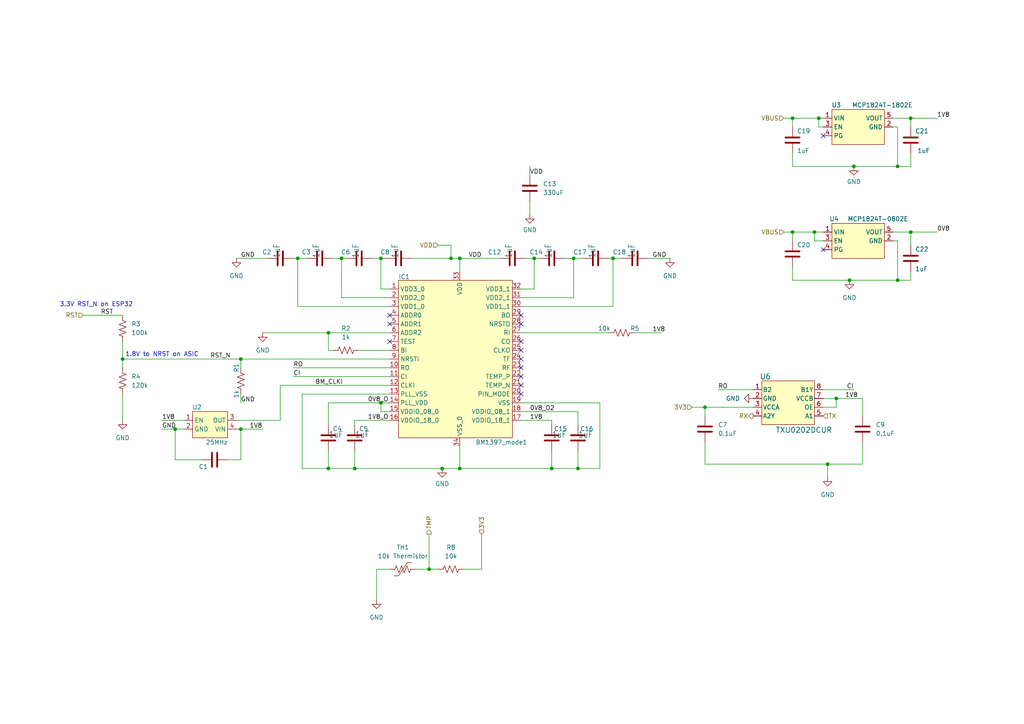
<source format=kicad_sch>
(kicad_sch (version 20231120) (generator "eeschema") (generator_version "8.0")
  (paper "A4")
  (title_block (title "NerdNOS") (date "2024-04-05") (rev "1"))
  (lib_symbols
    (symbol "Device:C" (pin_numbers hide) (pin_names (offset 0.254))
      (property "Reference" "C" (at 0.635 2.54 0))
      (property "Value" "C" (at 0.635 -2.54 0))
      (symbol "C_0_1"
        (polyline (pts (xy -2.032 -0.762) (xy 2.032 -0.762)) (stroke (width 0.508)))
        (polyline (pts (xy -2.032 0.762) (xy 2.032 0.762)) (stroke (width 0.508)))
      )
      (symbol "C_1_1"
        (pin passive line (at 0 3.81 270) (length 2.794) (name "~") (number "1"))
        (pin passive line (at 0 -3.81 90) (length 2.794) (name "~") (number "2"))
      )
    )
    (symbol "Device:R_US" (pin_numbers hide) (pin_names (offset 0))
      (property "Reference" "R" (at 2.54 0 90))
      (property "Value" "R_US" (at -2.54 0 90))
      (symbol "R_US_0_1"
        (polyline (pts (xy 0 -2.286) (xy 0 -2.54)))
        (polyline (pts (xy 0 2.286) (xy 0 2.54)))
        (polyline (pts (xy 0 -0.762) (xy 1.016 -1.143) (xy 0 -1.524) (xy -1.016 -1.905) (xy 0 -2.286)))
        (polyline (pts (xy 0 0.762) (xy 1.016 0.381) (xy 0 0) (xy -1.016 -0.381) (xy 0 -0.762)))
        (polyline (pts (xy 0 2.286) (xy 1.016 1.905) (xy 0 1.524) (xy -1.016 1.143) (xy 0 0.762)))
      )
      (symbol "R_US_1_1"
        (pin passive line (at 0 3.81 270) (length 1.27) (name "~") (number "1"))
        (pin passive line (at 0 -3.81 90) (length 1.27) (name "~") (number "2"))
      )
    )
    (symbol "Device:Thermistor_US" (pin_numbers hide) (pin_names (offset 0))
      (property "Reference" "TH" (at 2.54 1.27 90))
      (property "Value" "Thermistor_US" (at -2.54 0 90))
      (symbol "Thermistor_US_0_1"
        (polyline (pts (xy 0 -2.286) (xy 0 -2.54)))
        (polyline (pts (xy 0 2.286) (xy 0 2.54)))
        (polyline (pts (xy 1.905 -1.27) (xy 1.905 -2.54)))
        (polyline (pts (xy -1.905 2.54) (xy -1.905 1.27) (xy 1.905 -1.27)))
        (polyline (pts (xy 0 -0.762) (xy 1.016 -1.143) (xy 0 -1.524) (xy -1.016 -1.905) (xy 0 -2.286)))
        (polyline (pts (xy 0 0.762) (xy 1.016 0.381) (xy 0 0) (xy -1.016 -0.381) (xy 0 -0.762)))
        (polyline (pts (xy 0 2.286) (xy 1.016 1.905) (xy 0 1.524) (xy -1.016 1.143) (xy 0 0.762)))
      )
      (symbol "Thermistor_US_1_1"
        (pin passive line (at 0 3.81 270) (length 1.27) (name "~") (number "1"))
        (pin passive line (at 0 -3.81 90) (length 1.27) (name "~") (number "2"))
      )
    )
    (symbol "GND_1" (power) (pin_numbers hide) (pin_names (offset 0) hide)
      (property "Value" "GND" (at 0 -3.81 0))
      (symbol "GND_1_0_1"
        (polyline (pts (xy 0 0) (xy 0 -1.27) (xy 1.27 -1.27) (xy 0 -2.54) (xy -1.27 -1.27) (xy 0 -1.27)))
      )
      (symbol "GND_1_1_1"
        (pin power_in line (at 0 0 270) (length 0) (name "~") (number "1"))
      )
    )
    (symbol "GND_2" (power) (pin_numbers hide) (pin_names (offset 0) hide)
      (property "Value" "GND" (at 0 -3.81 0))
      (symbol "GND_2_0_1"
        (polyline (pts (xy 0 0) (xy 0 -1.27) (xy 1.27 -1.27) (xy 0 -2.54) (xy -1.27 -1.27) (xy 0 -1.27)))
      )
      (symbol "GND_2_1_1"
        (pin power_in line (at 0 0 270) (length 0) (name "~") (number "1"))
      )
    )
    (symbol "GND_3" (power) (pin_numbers hide) (pin_names (offset 0) hide)
      (property "Value" "GND" (at 0 -3.81 0))
      (symbol "GND_3_0_1"
        (polyline (pts (xy 0 0) (xy 0 -1.27) (xy 1.27 -1.27) (xy 0 -2.54) (xy -1.27 -1.27) (xy 0 -1.27)))
      )
      (symbol "GND_3_1_1"
        (pin power_in line (at 0 0 270) (length 0) (name "~") (number "1"))
      )
    )
    (symbol "GND_4" (power) (pin_numbers hide) (pin_names (offset 0) hide)
      (property "Value" "GND" (at 0 -3.81 0))
      (symbol "GND_4_0_1"
        (polyline (pts (xy 0 0) (xy 0 -1.27) (xy 1.27 -1.27) (xy 0 -2.54) (xy -1.27 -1.27) (xy 0 -1.27)))
      )
      (symbol "GND_4_1_1"
        (pin power_in line (at 0 0 270) (length 0) (name "~") (number "1"))
      )
    )
    (symbol "GND_5" (power) (pin_numbers hide) (pin_names (offset 0) hide)
      (property "Value" "GND" (at 0 -3.81 0))
      (symbol "GND_5_0_1"
        (polyline (pts (xy 0 0) (xy 0 -1.27) (xy 1.27 -1.27) (xy 0 -2.54) (xy -1.27 -1.27) (xy 0 -1.27)))
      )
      (symbol "GND_5_1_1"
        (pin power_in line (at 0 0 270) (length 0) (name "~") (number "1"))
      )
    )
    (symbol "GND_6" (power) (pin_numbers hide) (pin_names (offset 0) hide)
      (property "Value" "GND" (at 0 -3.81 0))
      (symbol "GND_6_0_1"
        (polyline (pts (xy 0 0) (xy 0 -1.27) (xy 1.27 -1.27) (xy 0 -2.54) (xy -1.27 -1.27) (xy 0 -1.27)))
      )
      (symbol "GND_6_1_1"
        (pin power_in line (at 0 0 270) (length 0) (name "~") (number "1"))
      )
    )
    (symbol "GND_7" (power) (pin_numbers hide) (pin_names (offset 0) hide)
      (property "Value" "GND" (at 0 -3.81 0))
      (symbol "GND_7_0_1"
        (polyline (pts (xy 0 0) (xy 0 -1.27) (xy 1.27 -1.27) (xy 0 -2.54) (xy -1.27 -1.27) (xy 0 -1.27)))
      )
      (symbol "GND_7_1_1"
        (pin power_in line (at 0 0 270) (length 0) (name "~") (number "1"))
      )
    )
    (symbol "bitaxe:BM1397_mode1"
      (property "Reference" "IC" (at -17.78 17.78 0))
      (property "Value" "BM1397_mode1" (at -17.78 -30.48 0))
      (symbol "BM1397_mode1_1_0"
        (pin bidirectional line (at -20.32 15.24 0) (length 2.54) (name "VDD3_0") (number "1"))
        (pin bidirectional line (at -20.32 -7.62 0) (length 2.54) (name "RO") (number "10"))
        (pin bidirectional line (at -20.32 -10.16 0) (length 2.54) (name "CI") (number "11"))
        (pin bidirectional line (at -20.32 -12.7 0) (length 2.54) (name "CLKI") (number "12"))
        (pin bidirectional line (at -20.32 -15.24 0) (length 2.54) (name "PLL_VSS") (number "13"))
        (pin bidirectional line (at -20.32 -17.78 0) (length 2.54) (name "PLL_VDD") (number "14"))
        (pin bidirectional line (at -20.32 -20.32 0) (length 2.54) (name "VDDIO_08_0") (number "15"))
        (pin bidirectional line (at -20.32 -22.86 0) (length 2.54) (name "VDDIO_18_0") (number "16"))
        (pin bidirectional line (at 17.78 -22.86 180) (length 2.54) (name "VDDIO_18_1") (number "17"))
        (pin bidirectional line (at 17.78 -20.32 180) (length 2.54) (name "VDDIO_08_1") (number "18"))
        (pin bidirectional line (at 17.78 -17.78 180) (length 2.54) (name "VSS") (number "19"))
        (pin bidirectional line (at -20.32 12.7 0) (length 2.54) (name "VDD2_0") (number "2"))
        (pin bidirectional line (at 17.78 -15.24 180) (length 2.54) (name "PIN_MODE") (number "20"))
        (pin bidirectional line (at 17.78 -12.7 180) (length 2.54) (name "TEMP_N") (number "21"))
        (pin bidirectional line (at 17.78 -10.16 180) (length 2.54) (name "TEMP_P") (number "22"))
        (pin bidirectional line (at 17.78 -7.62 180) (length 2.54) (name "RF") (number "23"))
        (pin bidirectional line (at 17.78 -5.08 180) (length 2.54) (name "TF") (number "24"))
        (pin bidirectional line (at 17.78 -2.54 180) (length 2.54) (name "CLKO") (number "25"))
        (pin bidirectional line (at 17.78 0 180) (length 2.54) (name "CO") (number "26"))
        (pin bidirectional line (at 17.78 2.54 180) (length 2.54) (name "RI") (number "27"))
        (pin bidirectional line (at 17.78 5.08 180) (length 2.54) (name "NRSTO") (number "28"))
        (pin bidirectional line (at 17.78 7.62 180) (length 2.54) (name "BO") (number "29"))
        (pin bidirectional line (at -20.32 10.16 0) (length 2.54) (name "VDD1_0") (number "3"))
        (pin bidirectional line (at 17.78 10.16 180) (length 2.54) (name "VDD1_1") (number "30"))
        (pin bidirectional line (at 17.78 12.7 180) (length 2.54) (name "VDD2_1") (number "31"))
        (pin bidirectional line (at 17.78 15.24 180) (length 2.54) (name "VDD3_1") (number "32"))
        (pin bidirectional line (at 0 20.32 270) (length 2.54) (name "VDD") (number "33"))
        (pin bidirectional line (at 0 -30.48 90) (length 2.54) (name "VSS_0") (number "34"))
        (pin bidirectional line (at -20.32 7.62 0) (length 2.54) (name "ADDR0") (number "4"))
        (pin bidirectional line (at -20.32 5.08 0) (length 2.54) (name "ADDR1") (number "5"))
        (pin bidirectional line (at -20.32 2.54 0) (length 2.54) (name "ADDR2") (number "6"))
        (pin bidirectional line (at -20.32 0 0) (length 2.54) (name "TEST") (number "7"))
        (pin bidirectional line (at -20.32 -2.54 0) (length 2.54) (name "BI") (number "8"))
        (pin bidirectional line (at -20.32 -5.08 0) (length 2.54) (name "NRSTI") (number "9"))
      )
      (symbol "BM1397_mode1_1_1"
        (rectangle (start -17.78 17.78) (end 15.24 -27.94) (stroke (width 0.1524)) (fill (type background)))
      )
    )
    (symbol "bitaxe:MCP1824"
      (property "Reference" "U" (at -7.62 5.08 0))
      (property "Value" "MCP1824" (at 5.08 5.08 0))
      (symbol "MCP1824_0_1"
        (rectangle (start -7.62 3.81) (end 7.62 -6.35) (stroke (width 0.1524)) (fill (type background)))
      )
      (symbol "MCP1824_1_0"
        (pin bidirectional line (at -10.16 1.27 0) (length 2.54) (name "VIN") (number "1"))
        (pin bidirectional line (at 10.16 -1.27 180) (length 2.54) (name "GND") (number "2"))
        (pin bidirectional line (at -10.16 -1.27 0) (length 2.54) (name "EN") (number "3"))
        (pin bidirectional line (at -10.16 -3.81 0) (length 2.54) (name "PG") (number "4"))
        (pin power_out line (at 10.16 1.27 180) (length 2.54) (name "VOUT") (number "5"))
      )
    )
    (symbol "bitaxe:TXU0202DCUR" (pin_names (offset 0.254))
      (property "Reference" "U6" (at -6.604 7.62 0))
      (property "Value" "TXU0202DCUR" (at 7.62 -8.128 0))
      (symbol "TXU0202DCUR_0_1"
        (pin power_out line (at -10.16 1.27 0) (length 2.54) (name "GND") (number "2"))
        (pin power_in line (at -10.16 -1.27 0) (length 2.54) (name "VCCA") (number "3"))
        (pin output line (at -10.16 -3.81 0) (length 2.54) (name "A2Y") (number "4"))
        (pin input line (at 10.16 -3.81 180) (length 2.54) (name "A1") (number "5"))
        (pin input line (at 10.16 -1.27 180) (length 2.54) (name "OE") (number "6"))
        (pin power_in line (at 10.16 1.27 180) (length 2.54) (name "VCCB") (number "7"))
        (pin output line (at 10.16 3.81 180) (length 2.54) (name "B1Y") (number "8"))
      )
      (symbol "TXU0202DCUR_1_1"
        (rectangle (start -7.62 6.35) (end 7.62 -6.35) (fill (type background)))
        (pin input line (at -10.16 3.81 0) (length 2.54) (name "B2") (number "1"))
      )
    )
    (symbol "bitaxe:oscillator"
      (property "Reference" "U" (at -3.81 5.08 0))
      (property "Value" "oscillator" (at 0 -5.08 0))
      (symbol "oscillator_0_1"
        (rectangle (start -5.08 3.81) (end 5.08 -3.81) (stroke (width 0.1524)) (fill (type background)))
      )
      (symbol "oscillator_1_0"
        (pin input line (at -7.62 1.27 0) (length 2.54) (name "EN") (number "1"))
        (pin bidirectional line (at -7.62 -1.27 0) (length 2.54) (name "GND") (number "2"))
        (pin bidirectional line (at 7.62 1.27 180) (length 2.54) (name "OUT") (number "3"))
        (pin power_in line (at 7.62 -1.27 180) (length 2.54) (name "VIN") (number "4"))
      )
    )
    (symbol "power:GND" (power) (pin_names (offset 0))
      (property "Value" "GND" (at 0 -3.81 0))
      (symbol "GND_0_1"
        (polyline (pts (xy 0 0) (xy 0 -1.27) (xy 1.27 -1.27) (xy 0 -2.54) (xy -1.27 -1.27) (xy 0 -1.27)))
      )
      (symbol "GND_1_1"
        (pin power_in line (at 0 0 270) (length 0) hide (name "GND") (number "1"))
      )
    )
  )
  (junction (at 240.03 134.62))
  (junction (at 260.35 48.26) (diameter 0.9144))
  (junction (at 229.87 67.31) (diameter 0.9144))
  (junction (at 242.57 115.57))
  (junction (at 237.49 34.29))
  (junction (at 95.25 135.89))
  (junction (at 229.87 34.29) (diameter 0.9144))
  (junction (at 160.02 135.89))
  (junction (at 130.81 74.93))
  (junction (at 50.8 124.46))
  (junction (at 204.47 118.11))
  (junction (at 167.64 135.89))
  (junction (at 128.27 135.89))
  (junction (at 102.87 135.89))
  (junction (at 236.22 67.31))
  (junction (at 247.65 48.26))
  (junction (at 264.16 67.31) (diameter 0.9144))
  (junction (at 99.06 74.93))
  (junction (at 154.94 74.93))
  (junction (at 35.56 104.14))
  (junction (at 166.37 74.93))
  (junction (at 124.46 165.1))
  (junction (at 95.25 96.52))
  (junction (at 264.16 34.29) (diameter 0.9144))
  (junction (at 86.36 74.93))
  (junction (at 177.8 74.93))
  (junction (at 246.38 81.28))
  (junction (at 110.49 116.84))
  (junction (at 133.35 135.89))
  (junction (at 69.85 124.46))
  (junction (at 133.35 74.93))
  (junction (at 260.35 81.28) (diameter 0.9144))
  (junction (at 69.85 104.14))
  (junction (at 110.49 74.93))
  (no_connect (at 113.03 99.06))
  (no_connect (at 151.13 111.76))
  (no_connect (at 151.13 114.3))
  (no_connect (at 151.13 101.6))
  (no_connect (at 151.13 109.22))
  (no_connect (at 151.13 104.14))
  (no_connect (at 238.76 39.37))
  (no_connect (at 113.03 93.98))
  (no_connect (at 151.13 106.68))
  (no_connect (at 151.13 99.06))
  (no_connect (at 151.13 91.44))
  (no_connect (at 151.13 93.98))
  (no_connect (at 113.03 91.44))
  (no_connect (at 238.76 72.39))
  (wire (pts (xy 133.35 135.89) (xy 133.35 129.54)))
  (wire (pts (xy 110.49 74.93) (xy 110.49 83.82)))
  (wire (pts (xy 35.56 104.14) (xy 69.85 104.14)))
  (wire (pts (xy 107.95 74.93) (xy 110.49 74.93)))
  (wire (pts (xy 69.85 124.46) (xy 76.2 124.46)))
  (wire (pts (xy 102.87 130.81) (xy 102.87 135.89)))
  (wire (pts (xy 68.58 124.46) (xy 69.85 124.46)))
  (wire (pts (xy 187.96 74.93) (xy 194.31 74.93)))
  (wire (pts (xy 154.94 74.93) (xy 156.21 74.93)))
  (wire (pts (xy 240.03 134.62) (xy 250.19 134.62)))
  (wire (pts (xy 76.2 96.52) (xy 95.25 96.52)))
  (wire (pts (xy 166.37 86.36) (xy 166.37 74.93)))
  (wire (pts (xy 153.67 58.42) (xy 153.67 62.23)))
  (wire (pts (xy 120.65 165.1) (xy 124.46 165.1)))
  (wire (pts (xy 236.22 69.85) (xy 238.76 69.85)))
  (wire (pts (xy 184.15 96.52) (xy 191.77 96.52)))
  (wire (pts (xy 160.02 130.81) (xy 160.02 135.89)))
  (wire (pts (xy 86.36 88.9) (xy 86.36 74.93)))
  (wire (pts (xy 173.99 116.84) (xy 151.13 116.84)))
  (wire (pts (xy 260.35 81.28) (xy 246.38 81.28)))
  (wire (pts (xy 110.49 119.38) (xy 110.49 116.84)))
  (wire (pts (xy 35.56 104.14) (xy 35.56 106.68)))
  (wire (pts (xy 238.76 118.11) (xy 242.57 118.11)))
  (wire (pts (xy 68.58 121.92) (xy 81.28 121.92)))
  (wire (pts (xy 264.16 34.29) (xy 271.78 34.29)))
  (wire (pts (xy 260.35 69.85) (xy 259.08 69.85)))
  (wire (pts (xy 229.87 48.26) (xy 247.65 48.26)))
  (wire (pts (xy 35.56 114.3) (xy 35.56 121.92)))
  (wire (pts (xy 264.16 44.45) (xy 264.16 48.26)))
  (wire (pts (xy 95.25 130.81) (xy 95.25 135.89)))
  (wire (pts (xy 152.4 74.93) (xy 154.94 74.93)))
  (wire (pts (xy 236.22 69.85) (xy 236.22 67.31)))
  (wire (pts (xy 81.28 111.76) (xy 81.28 121.92)))
  (wire (pts (xy 50.8 133.35) (xy 50.8 124.46)))
  (wire (pts (xy 127 71.12) (xy 130.81 71.12)))
  (wire (pts (xy 227.33 67.31) (xy 229.87 67.31)))
  (wire (pts (xy 46.99 124.46) (xy 50.8 124.46)))
  (wire (pts (xy 167.64 119.38) (xy 167.64 123.19)))
  (wire (pts (xy 95.25 135.89) (xy 102.87 135.89)))
  (wire (pts (xy 238.76 115.57) (xy 242.57 115.57)))
  (wire (pts (xy 229.87 44.45) (xy 229.87 48.26)))
  (wire (pts (xy 238.76 113.03) (xy 247.65 113.03)))
  (wire (pts (xy 87.63 114.3) (xy 87.63 135.89)))
  (wire (pts (xy 229.87 34.29) (xy 229.87 36.83)))
  (wire (pts (xy 236.22 67.31) (xy 238.76 67.31)))
  (wire (pts (xy 109.22 165.1) (xy 109.22 173.99)))
  (wire (pts (xy 250.19 134.62) (xy 250.19 128.27)))
  (wire (pts (xy 151.13 119.38) (xy 167.64 119.38)))
  (wire (pts (xy 95.25 116.84) (xy 110.49 116.84)))
  (wire (pts (xy 237.49 36.83) (xy 237.49 34.29)))
  (wire (pts (xy 242.57 115.57) (xy 250.19 115.57)))
  (wire (pts (xy 119.38 74.93) (xy 130.81 74.93)))
  (wire (pts (xy 229.87 34.29) (xy 237.49 34.29)))
  (wire (pts (xy 68.58 74.93) (xy 77.47 74.93)))
  (wire (pts (xy 204.47 134.62) (xy 204.47 128.27)))
  (wire (pts (xy 124.46 154.94) (xy 124.46 165.1)))
  (wire (pts (xy 85.09 109.22) (xy 113.03 109.22)))
  (wire (pts (xy 259.08 67.31) (xy 264.16 67.31)))
  (wire (pts (xy 113.03 83.82) (xy 110.49 83.82)))
  (wire (pts (xy 229.87 67.31) (xy 229.87 69.85)))
  (wire (pts (xy 86.36 74.93) (xy 88.9 74.93)))
  (wire (pts (xy 128.27 135.89) (xy 133.35 135.89)))
  (wire (pts (xy 208.28 113.03) (xy 218.44 113.03)))
  (wire (pts (xy 259.08 34.29) (xy 264.16 34.29)))
  (wire (pts (xy 204.47 118.11) (xy 218.44 118.11)))
  (wire (pts (xy 166.37 74.93) (xy 168.91 74.93)))
  (wire (pts (xy 133.35 74.93) (xy 133.35 78.74)))
  (wire (pts (xy 173.99 135.89) (xy 173.99 116.84)))
  (wire (pts (xy 133.35 135.89) (xy 160.02 135.89)))
  (wire (pts (xy 66.04 133.35) (xy 69.85 133.35)))
  (wire (pts (xy 151.13 121.92) (xy 160.02 121.92)))
  (wire (pts (xy 242.57 118.11) (xy 242.57 115.57)))
  (wire (pts (xy 200.66 118.11) (xy 204.47 118.11)))
  (wire (pts (xy 153.67 50.8) (xy 153.67 48.26)))
  (wire (pts (xy 81.28 111.76) (xy 113.03 111.76)))
  (wire (pts (xy 250.19 115.57) (xy 250.19 120.65)))
  (wire (pts (xy 69.85 104.14) (xy 113.03 104.14)))
  (wire (pts (xy 46.99 121.92) (xy 53.34 121.92)))
  (wire (pts (xy 151.13 96.52) (xy 176.53 96.52)))
  (wire (pts (xy 95.25 123.19) (xy 95.25 116.84)))
  (wire (pts (xy 69.85 133.35) (xy 69.85 124.46)))
  (wire (pts (xy 163.83 74.93) (xy 166.37 74.93)))
  (wire (pts (xy 167.64 135.89) (xy 173.99 135.89)))
  (wire (pts (xy 264.16 48.26) (xy 260.35 48.26)))
  (wire (pts (xy 24.13 91.44) (xy 35.56 91.44)))
  (wire (pts (xy 130.81 71.12) (xy 130.81 74.93)))
  (wire (pts (xy 85.09 106.68) (xy 113.03 106.68)))
  (wire (pts (xy 237.49 34.29) (xy 238.76 34.29)))
  (wire (pts (xy 144.78 74.93) (xy 133.35 74.93)))
  (wire (pts (xy 264.16 67.31) (xy 264.16 71.12)))
  (wire (pts (xy 204.47 134.62) (xy 240.03 134.62)))
  (wire (pts (xy 176.53 74.93) (xy 177.8 74.93)))
  (wire (pts (xy 50.8 124.46) (xy 53.34 124.46)))
  (wire (pts (xy 102.87 135.89) (xy 128.27 135.89)))
  (wire (pts (xy 113.03 86.36) (xy 99.06 86.36)))
  (wire (pts (xy 113.03 119.38) (xy 110.49 119.38)))
  (wire (pts (xy 110.49 116.84) (xy 113.03 116.84)))
  (wire (pts (xy 260.35 36.83) (xy 260.35 48.26)))
  (wire (pts (xy 160.02 135.89) (xy 167.64 135.89)))
  (wire (pts (xy 104.14 101.6) (xy 113.03 101.6)))
  (wire (pts (xy 229.87 67.31) (xy 236.22 67.31)))
  (wire (pts (xy 95.25 96.52) (xy 113.03 96.52)))
  (wire (pts (xy 69.85 114.3) (xy 69.85 116.84)))
  (wire (pts (xy 35.56 99.06) (xy 35.56 104.14)))
  (wire (pts (xy 167.64 130.81) (xy 167.64 135.89)))
  (wire (pts (xy 102.87 123.19) (xy 102.87 121.92)))
  (wire (pts (xy 96.52 101.6) (xy 95.25 101.6)))
  (wire (pts (xy 102.87 121.92) (xy 113.03 121.92)))
  (wire (pts (xy 95.25 101.6) (xy 95.25 96.52)))
  (wire (pts (xy 260.35 36.83) (xy 259.08 36.83)))
  (wire (pts (xy 87.63 135.89) (xy 95.25 135.89)))
  (wire (pts (xy 58.42 133.35) (xy 50.8 133.35)))
  (wire (pts (xy 264.16 34.29) (xy 264.16 36.83)))
  (wire (pts (xy 87.63 114.3) (xy 113.03 114.3)))
  (wire (pts (xy 151.13 88.9) (xy 177.8 88.9)))
  (wire (pts (xy 204.47 118.11) (xy 204.47 120.65)))
  (wire (pts (xy 260.35 69.85) (xy 260.35 81.28)))
  (wire (pts (xy 110.49 74.93) (xy 111.76 74.93)))
  (wire (pts (xy 227.33 34.29) (xy 229.87 34.29)))
  (wire (pts (xy 85.09 74.93) (xy 86.36 74.93)))
  (wire (pts (xy 247.65 48.26) (xy 260.35 48.26)))
  (wire (pts (xy 113.03 88.9) (xy 86.36 88.9)))
  (wire (pts (xy 264.16 81.28) (xy 260.35 81.28)))
  (wire (pts (xy 229.87 77.47) (xy 229.87 81.28)))
  (wire (pts (xy 177.8 88.9) (xy 177.8 74.93)))
  (wire (pts (xy 130.81 74.93) (xy 133.35 74.93)))
  (wire (pts (xy 96.52 74.93) (xy 99.06 74.93)))
  (wire (pts (xy 99.06 86.36) (xy 99.06 74.93)))
  (wire (pts (xy 264.16 78.74) (xy 264.16 81.28)))
  (wire (pts (xy 160.02 121.92) (xy 160.02 123.19)))
  (wire (pts (xy 264.16 67.31) (xy 271.78 67.31)))
  (wire (pts (xy 99.06 74.93) (xy 100.33 74.93)))
  (wire (pts (xy 237.49 36.83) (xy 238.76 36.83)))
  (wire (pts (xy 240.03 134.62) (xy 240.03 138.43)))
  (wire (pts (xy 134.62 165.1) (xy 139.7 165.1)))
  (wire (pts (xy 246.38 81.28) (xy 229.87 81.28)))
  (wire (pts (xy 154.94 83.82) (xy 154.94 74.93)))
  (wire (pts (xy 69.85 104.14) (xy 69.85 106.68)))
  (wire (pts (xy 151.13 86.36) (xy 166.37 86.36)))
  (wire (pts (xy 113.03 165.1) (xy 109.22 165.1)))
  (wire (pts (xy 124.46 165.1) (xy 127 165.1)))
  (wire (pts (xy 151.13 83.82) (xy 154.94 83.82)))
  (wire (pts (xy 139.7 165.1) (xy 139.7 154.94)))
  (wire (pts (xy 177.8 74.93) (xy 180.34 74.93)))
  (text "3.3V RST_N on ESP32" (at 27.94 88.392 0) (effects (font (size 1.27 1.27))))
  (text "1.8V to NRST on ASIC" (at 46.99 102.87 0) (effects (font (size 1.27 1.27))))
  (label "1V8" (at 153.67 121.92 0))
  (label "0V8_O" (at 106.68 116.84 0))
  (label "VDD" (at 135.89 74.93 0))
  (label "RST" (at 29.21 91.44 0))
  (label "GND" (at 46.99 124.46 0))
  (label "GND" (at 189.23 74.93 0))
  (label "RST_N" (at 60.96 104.14 0))
  (label "1V8" (at 46.99 121.92 0))
  (label "CI" (at 247.65 113.03 180))
  (label "0V8_O2" (at 153.67 119.38 0))
  (label "1V8_O" (at 106.68 121.92 0))
  (label "BM_CLKI" (at 91.44 111.76 0))
  (label "0V8" (at 271.78 67.31 0))
  (label "GND" (at 69.85 74.93 0))
  (label "1V8" (at 189.23 96.52 0))
  (label "CI" (at 85.09 109.22 0))
  (label "1V8" (at 72.39 124.46 0))
  (label "1V8" (at 245.11 115.57 0))
  (label "GND" (at 69.85 116.84 0))
  (label "RO" (at 208.28 113.03 0))
  (label "RO" (at 85.09 106.68 0))
  (label "1V8" (at 271.78 34.29 0))
  (label "VDD" (at 153.67 50.8 0))
  (hierarchical_label "TX" (shape input) (at 238.76 120.65 0))
  (hierarchical_label "3V3" (shape input) (at 200.66 118.11 180))
  (hierarchical_label "TMP" (shape output) (at 124.46 154.94 90))
  (hierarchical_label "3V3" (shape input) (at 139.7 154.94 90))
  (hierarchical_label "RST" (shape input) (at 24.13 91.44 180))
  (hierarchical_label "RX" (shape output) (at 218.44 120.65 180))
  (hierarchical_label "VBUS" (shape input) (at 227.33 34.29 180))
  (hierarchical_label "VBUS" (shape input) (at 227.33 67.31 180))
  (hierarchical_label "VDD" (shape input) (at 127 71.12 180))
  (symbol (lib_id "Device:C") (at 160.02 74.93 90) (unit 1)
    (property "Reference" "C14" (at 157.48 72.39 90) (effects (justify left bottom)))
    (property "Value" "1uF" (at 160.02 74.93 0) (effects (font (size 1.778 1.5113)) (justify left bottom)))
    (property "Footprint" "Capacitor_SMD:C_0402_1005Metric" (effects (hide yes)))
    (property "DK" "587-5514-1-ND" (effects (hide yes)))
  )
  (symbol (lib_id "Device:R_US") (at 35.56 110.49 0) (unit 1)
    (property "Reference" "R4" (at 38.1 109.2199 0) (effects (justify left)))
    (property "Value" "120k" (at 38.1 111.7599 0) (effects (justify left)))
    (property "Footprint" "Resistor_SMD:R_0402_1005Metric" (effects (hide yes)))
    (property "Description" "Resistor, US symbol" (effects (hide yes)))
  )
  (symbol (lib_id "Device:R_US") (at 35.56 95.25 0) (unit 1)
    (property "Reference" "R3" (at 38.1 93.9799 0) (effects (justify left)))
    (property "Value" "100k" (at 38.1 96.5199 0) (effects (justify left)))
    (property "Footprint" "Resistor_SMD:R_0402_1005Metric" (effects (hide yes)))
    (property "Description" "Resistor, US symbol" (effects (hide yes)))
  )
  (symbol (lib_id "Device:C") (at 95.25 127 0) (unit 1)
    (property "Reference" "C4" (at 96.52 125.095 0) (effects (justify left bottom)))
    (property "Value" "1uF" (at 95.25 127 0) (effects (font (size 1.778 1.5113)) (justify left bottom)))
    (property "Footprint" "Capacitor_SMD:C_0402_1005Metric" (effects (hide yes)))
    (property "DK" "587-5514-1-ND" (effects (hide yes)))
  )
  (symbol (lib_id "Device:Thermistor_US") (at 116.84 165.1 90) (unit 1)
    (property "Reference" "TH1" (at 116.84 158.75 90))
    (property "Value" "10k Thermistor" (at 116.84 161.29 90))
    (property "Footprint" "Resistor_SMD:R_0402_1005Metric" (effects (hide yes)))
    (property "Description" "Thermistor, temperature dependent resistor, US symbol" (effects (hide yes)))
    (property "PARTNO" "NTCG103JF103FT1" (effects (hide yes)))
    (property "DK" "445-2550-2-ND" (effects (hide yes)))
  )
  (symbol (lib_id "power:GND") (at 247.65 48.26 0) (mirror y) (unit 1)
    (property "Reference" "#PWR012" (effects (hide yes)))
    (property "Value" "GND" (at 247.65 52.705 0))
  )
  (symbol (lib_id "Device:C") (at 167.64 127 0) (unit 1)
    (property "Reference" "C16" (at 168.275 125.095 0) (effects (justify left bottom)))
    (property "Value" "1uF" (at 167.64 127 0) (effects (font (size 1.778 1.5113)) (justify left bottom)))
    (property "Footprint" "Capacitor_SMD:C_0402_1005Metric" (effects (hide yes)))
    (property "DK" "587-5514-1-ND" (effects (hide yes)))
  )
  (symbol (lib_id "Device:C") (at 115.57 74.93 90) (unit 1)
    (property "Reference" "C8" (at 113.03 72.39 90) (effects (justify left bottom)))
    (property "Value" "1uF" (at 115.57 74.93 0) (effects (font (size 1.778 1.5113)) (justify left bottom)))
    (property "Footprint" "Capacitor_SMD:C_0402_1005Metric" (effects (hide yes)))
    (property "DK" "587-5514-1-ND" (effects (hide yes)))
  )
  (symbol (lib_id "Device:C") (at 264.16 74.93 0) (unit 1)
    (property "Reference" "C22" (at 265.43 73.025 0) (effects (justify left bottom)))
    (property "Value" "1uF" (at 265.43 78.74 0) (effects (justify left bottom)))
    (property "Footprint" "Capacitor_SMD:C_0402_1005Metric" (effects (hide yes)))
    (property "DK" "587-5514-1-ND" (effects (hide yes)))
  )
  (symbol (lib_name "GND_1") (lib_id "power:GND") (at 68.58 74.93 0) (unit 1)
    (property "Reference" "#PWR07" (effects (hide yes)))
    (property "Value" "GND" (at 68.58 80.01 0))
    (property "Description" "Power symbol creates a global label with name \"GND\" , ground" (effects (hide yes)))
  )
  (symbol (lib_id "Device:C") (at 104.14 74.93 90) (unit 1)
    (property "Reference" "C6" (at 101.6 72.39 90) (effects (justify left bottom)))
    (property "Value" "1uF" (at 104.14 74.93 0) (effects (font (size 1.778 1.5113)) (justify left bottom)))
    (property "Footprint" "Capacitor_SMD:C_0402_1005Metric" (effects (hide yes)))
    (property "DK" "587-5514-1-ND" (effects (hide yes)))
  )
  (symbol (lib_id "power:GND") (at 128.27 135.89 0) (mirror y) (unit 1)
    (property "Reference" "#PWR02" (effects (hide yes)))
    (property "Value" "GND" (at 128.27 140.335 0))
  )
  (symbol (lib_id "Device:C") (at 229.87 40.64 0) (unit 1)
    (property "Reference" "C19" (at 231.14 38.735 0) (effects (justify left bottom)))
    (property "Value" "1uF" (at 231.14 44.45 0) (effects (justify left bottom)))
    (property "Footprint" "Capacitor_SMD:C_0402_1005Metric" (effects (hide yes)))
    (property "DK" "587-5514-1-ND" (effects (hide yes)))
    (property "PARTNO" "EMK105BJ105MV-F" (effects (hide yes)))
  )
  (symbol (lib_id "bitaxe:BM1397_mode1") (at 133.35 99.06 0) (unit 1)
    (property "Reference" "IC1" (at 115.57 80.264 0) (effects (justify left)))
    (property "Value" "BM1397_mode1" (at 137.922 128.27 0) (effects (justify left)))
    (property "Footprint" "bitaxe:BM1397" (effects (hide yes)))
    (property "DNP" "T" (effects (hide yes)))
  )
  (symbol (lib_name "GND_2") (lib_id "power:GND") (at 194.31 74.93 0) (unit 1)
    (property "Reference" "#PWR08" (effects (hide yes)))
    (property "Value" "GND" (at 194.31 80.01 0))
    (property "Description" "Power symbol creates a global label with name \"GND\" , ground" (effects (hide yes)))
  )
  (symbol (lib_id "bitaxe:MCP1824") (at 248.92 35.56 0) (unit 1)
    (property "Reference" "U3" (at 242.57 30.48 0))
    (property "Value" "MCP1824T-1802E" (at 255.905 30.48 0))
    (property "Footprint" "Package_TO_SOT_SMD:SOT-23-5" (effects (hide yes)))
    (property "Datasheet" "https://ww1.microchip.com/downloads/en/DeviceDoc/22070a.pdf" (effects (hide yes)))
    (property "PARTNO" "MCP1824T-1802E/OT" (effects (hide yes)))
    (property "DK" "MCP1824T-1802E/OTCT-ND" (effects (hide yes)))
  )
  (symbol (lib_id "Device:C") (at 81.28 74.93 90) (unit 1)
    (property "Reference" "C2" (at 78.74 72.39 90) (effects (justify left bottom)))
    (property "Value" "1uF" (at 81.28 74.93 0) (effects (font (size 1.778 1.5113)) (justify left bottom)))
    (property "Footprint" "Capacitor_SMD:C_0402_1005Metric" (effects (hide yes)))
    (property "DK" "587-5514-1-ND" (effects (hide yes)))
  )
  (symbol (lib_id "Device:C") (at 92.71 74.93 90) (unit 1)
    (property "Reference" "C3" (at 90.17 72.39 90) (effects (justify left bottom)))
    (property "Value" "1uF" (at 92.71 74.93 0) (effects (font (size 1.778 1.5113)) (justify left bottom)))
    (property "Footprint" "Capacitor_SMD:C_0402_1005Metric" (effects (hide yes)))
    (property "DK" "587-5514-1-ND" (effects (hide yes)))
  )
  (symbol (lib_id "Device:C") (at 264.16 40.64 0) (unit 1)
    (property "Reference" "C21" (at 265.43 38.735 0) (effects (justify left bottom)))
    (property "Value" "1uF" (at 266.065 44.45 0) (effects (justify left bottom)))
    (property "Footprint" "Capacitor_SMD:C_0402_1005Metric" (effects (hide yes)))
    (property "DK" "587-5514-1-ND" (effects (hide yes)))
    (property "PARTNO" "EMK105BJ105MV-F" (effects (hide yes)))
  )
  (symbol (lib_id "Device:C") (at 102.87 127 0) (unit 1)
    (property "Reference" "C5" (at 104.14 125.095 0) (effects (justify left bottom)))
    (property "Value" "1uF" (at 102.87 127 0) (effects (font (size 1.778 1.5113)) (justify left bottom)))
    (property "Footprint" "Capacitor_SMD:C_0402_1005Metric" (effects (hide yes)))
    (property "DK" "587-5514-1-ND" (effects (hide yes)))
  )
  (symbol (lib_id "Device:C") (at 172.72 74.93 90) (unit 1)
    (property "Reference" "C17" (at 170.18 72.39 90) (effects (justify left bottom)))
    (property "Value" "1uF" (at 172.72 74.93 0) (effects (font (size 1.778 1.5113)) (justify left bottom)))
    (property "Footprint" "Capacitor_SMD:C_0402_1005Metric" (effects (hide yes)))
    (property "DK" "587-5514-1-ND" (effects (hide yes)))
  )
  (symbol (lib_id "bitaxe:MCP1824") (at 248.92 68.58 0) (unit 1)
    (property "Reference" "U4" (at 241.935 63.5 0))
    (property "Value" "MCP1824T-0802E" (at 254.635 63.5 0))
    (property "Footprint" "Package_TO_SOT_SMD:SOT-23-5" (effects (hide yes)))
    (property "Datasheet" "https://ww1.microchip.com/downloads/en/DeviceDoc/22070a.pdf" (effects (hide yes)))
    (property "PARTNO" "MCP1824T-0802E/OT" (effects (hide yes)))
    (property "DK" "MCP1824T-0802E/OTCT-ND" (effects (hide yes)))
  )
  (symbol (lib_name "GND_1") (lib_id "power:GND") (at 76.2 96.52 0) (unit 1)
    (property "Reference" "#PWR05" (effects (hide yes)))
    (property "Value" "GND" (at 76.2 101.6 0))
    (property "Description" "Power symbol creates a global label with name \"GND\" , ground" (effects (hide yes)))
  )
  (symbol (lib_id "Device:R_US") (at 69.85 110.49 180) (unit 1)
    (property "Reference" "R1" (at 68.58 106.68 90))
    (property "Value" "1k" (at 68.58 114.3 90))
    (property "Footprint" "Resistor_SMD:R_0402_1005Metric" (effects (hide yes)))
    (property "DK" "YAG2306CT-ND" (effects (hide yes)))
  )
  (symbol (lib_id "Device:R_US") (at 130.81 165.1 90) (unit 1)
    (property "Reference" "R8" (at 130.81 158.75 90))
    (property "Value" "10k" (at 130.81 161.29 90))
    (property "Footprint" "Resistor_SMD:R_0402_1005Metric" (effects (hide yes)))
    (property "Description" "Resistor, US symbol" (effects (hide yes)))
  )
  (symbol (lib_id "Device:C") (at 229.87 73.66 0) (unit 1)
    (property "Reference" "C20" (at 231.14 71.755 0) (effects (justify left bottom)))
    (property "Value" "0.1uF" (effects (hide yes)))
    (property "Footprint" "Capacitor_SMD:C_0402_1005Metric" (effects (hide yes)))
    (property "DK" "478-KGM05AR71C104KHCT-ND" (effects (hide yes)))
    (property "PARTNO" "KGM05AR71C104KH" (effects (hide yes)))
  )
  (symbol (lib_name "GND_7") (lib_id "power:GND") (at 109.22 173.99 0) (unit 1)
    (property "Reference" "#PWR06" (effects (hide yes)))
    (property "Value" "GND" (at 109.22 179.07 0))
    (property "Description" "Power symbol creates a global label with name \"GND\" , ground" (effects (hide yes)))
  )
  (symbol (lib_id "Device:C") (at 148.59 74.93 90) (unit 1)
    (property "Reference" "C12" (at 145.415 72.39 90) (effects (justify left bottom)))
    (property "Value" "1uF" (at 148.59 74.93 0) (effects (font (size 1.778 1.5113)) (justify left bottom)))
    (property "Footprint" "Capacitor_SMD:C_0402_1005Metric" (effects (hide yes)))
    (property "DK" "587-5514-1-ND" (effects (hide yes)))
  )
  (symbol (lib_id "Device:C") (at 62.23 133.35 90) (unit 1)
    (property "Reference" "C1" (at 60.325 134.62 90) (effects (justify left bottom)))
    (property "Value" "0.1uF" (effects (hide yes)))
    (property "Footprint" "Capacitor_SMD:C_0402_1005Metric" (effects (hide yes)))
    (property "DK" "1292-1639-1-ND" (effects (hide yes)))
  )
  (symbol (lib_name "GND_3") (lib_id "power:GND") (at 35.56 121.92 0) (unit 1)
    (property "Reference" "#PWR03" (effects (hide yes)))
    (property "Value" "GND" (at 35.56 127 0))
    (property "Description" "Power symbol creates a global label with name \"GND\" , ground" (effects (hide yes)))
  )
  (symbol (lib_id "bitaxe:TXU0202DCUR") (at 228.6 116.84 0) (unit 1)
    (property "Reference" "U6" (at 221.996 109.22 0) (effects (font (size 1.524 1.524))))
    (property "Value" "TXU0202DCUR" (at 233.172 124.714 0) (effects (font (size 1.524 1.524))))
    (property "Footprint" "bitaxe:SO8_DCU_TEX" (effects (hide yes)))
    (property "Datasheet" "TXU0202DCUR" (effects (hide yes)))
    (property "Description" "https://www.ti.com/lit/ds/symlink/txu0202.pdf" (effects (hide yes)))
    (property "DK" "296-TXU0202DCURCT-ND" (effects (hide yes)))
    (property "PARTNO" "TXU0202DCUR" (effects (hide yes)))
  )
  (symbol (lib_id "Device:R_US") (at 180.34 96.52 90) (unit 1)
    (property "Reference" "R5" (at 184.15 95.25 90))
    (property "Value" "10k" (at 175.26 95.25 90))
    (property "Footprint" "Resistor_SMD:R_0402_1005Metric" (effects (hide yes)))
    (property "DK" "311-10KJRCT-ND" (effects (hide yes)))
  )
  (symbol (lib_id "Device:C") (at 160.02 127 0) (unit 1)
    (property "Reference" "C15" (at 160.655 125.095 0) (effects (justify left bottom)))
    (property "Value" "1uF" (at 160.02 127 0) (effects (font (size 1.778 1.5113)) (justify left bottom)))
    (property "Footprint" "Capacitor_SMD:C_0402_1005Metric" (effects (hide yes)))
    (property "DK" "587-5514-1-ND" (effects (hide yes)))
  )
  (symbol (lib_id "Device:C") (at 153.67 54.61 0) (unit 1)
    (property "Reference" "C13" (at 157.48 53.3399 0) (effects (justify left)))
    (property "Value" "330uF" (at 157.48 55.8799 0) (effects (justify left)))
    (property "Footprint" "Capacitor_SMD:C_1210_3225Metric" (effects (hide yes)))
    (property "Description" "Unpolarized capacitor" (effects (hide yes)))
    (property "DK" "490-GRM32ER60G337ME05KCT-ND" (effects (hide yes)))
    (property "PARTNO" "GRM32ER60G337ME05K" (effects (hide yes)))
  )
  (symbol (lib_id "Device:C") (at 184.15 74.93 90) (unit 1)
    (property "Reference" "C18" (at 181.61 72.39 90) (effects (justify left bottom)))
    (property "Value" "1uF" (at 184.15 74.93 0) (effects (font (size 1.778 1.5113)) (justify left bottom)))
    (property "Footprint" "Capacitor_SMD:C_0402_1005Metric" (effects (hide yes)))
    (property "DK" "587-5514-1-ND" (effects (hide yes)))
  )
  (symbol (lib_id "bitaxe:oscillator") (at 60.96 123.19 0) (unit 1)
    (property "Reference" "U2" (at 57.15 118.11 0))
    (property "Value" "25MHz" (at 62.865 128.27 0))
    (property "Footprint" "bitaxe:O 25,0-JO32-B-1V3-1-T1-LF" (effects (hide yes)))
    (property "Datasheet" "https://www.jauch.com/downloadfile/5ef1edcfb8e2f73163c8ce8009ef659d1/jo32-1.8-3.3v.pdf" (effects (hide yes)))
    (property "DK" "1908-O250-JO32-B-1V3-1-T1-LFCT-ND" (effects (hide yes)))
    (property "PARTNO" "O 25,0-JO32-B-1V3-1-T1-LF" (effects (hide yes)))
  )
  (symbol (lib_name "GND_6") (lib_id "power:GND") (at 240.03 138.43 0) (unit 1)
    (property "Reference" "#PWR015" (effects (hide yes)))
    (property "Value" "GND" (at 240.03 143.51 0))
    (property "Description" "Power symbol creates a global label with name \"GND\" , ground" (effects (hide yes)))
  )
  (symbol (lib_id "Device:R_US") (at 100.33 101.6 90) (unit 1)
    (property "Reference" "R2" (at 100.33 95.25 90))
    (property "Value" "1k" (at 100.33 97.79 90))
    (property "Footprint" "Resistor_SMD:R_0402_1005Metric" (effects (hide yes)))
    (property "Description" "Resistor, US symbol" (effects (hide yes)))
  )
  (symbol (lib_id "Device:C") (at 250.19 124.46 0) (unit 1)
    (property "Reference" "C9" (at 254 123.1899 0) (effects (justify left)))
    (property "Value" "0.1uF" (at 254 125.7299 0) (effects (justify left)))
    (property "Footprint" "Capacitor_SMD:C_0402_1005Metric" (effects (hide yes)))
    (property "Description" "Unpolarized capacitor" (effects (hide yes)))
    (property "PARTNO" "KGM05AR71C104KH" (effects (hide yes)))
    (property "DK" "478-KGM05AR71C104KHCT-ND" (effects (hide yes)))
  )
  (symbol (lib_name "GND_5") (lib_id "power:GND") (at 246.38 81.28 0) (unit 1)
    (property "Reference" "#PWR013" (effects (hide yes)))
    (property "Value" "GND" (at 246.38 86.36 0))
    (property "Description" "Power symbol creates a global label with name \"GND\" , ground" (effects (hide yes)))
  )
  (symbol (lib_id "power:GND") (at 153.67 62.23 0) (mirror y) (unit 1)
    (property "Reference" "#PWR01" (effects (hide yes)))
    (property "Value" "GND" (at 153.67 66.675 0))
  )
  (symbol (lib_name "GND_4") (lib_id "power:GND") (at 218.44 115.57 270) (unit 1)
    (property "Reference" "#PWR014" (effects (hide yes)))
    (property "Value" "GND" (at 214.63 115.5699 90) (effects (justify right)))
    (property "Description" "Power symbol creates a global label with name \"GND\" , ground" (effects (hide yes)))
  )
  (symbol (lib_id "Device:C") (at 204.47 124.46 180) (unit 1)
    (property "Reference" "C7" (at 208.28 123.1899 0) (effects (justify right)))
    (property "Value" "0.1uF" (at 208.28 125.7299 0) (effects (justify right)))
    (property "Footprint" "Capacitor_SMD:C_0402_1005Metric" (effects (hide yes)))
    (property "Description" "Unpolarized capacitor" (effects (hide yes)))
    (property "PARTNO" "KGM05AR71C104KH" (effects (hide yes)))
    (property "DK" "478-KGM05AR71C104KHCT-ND" (effects (hide yes)))
  )
)
</source>
